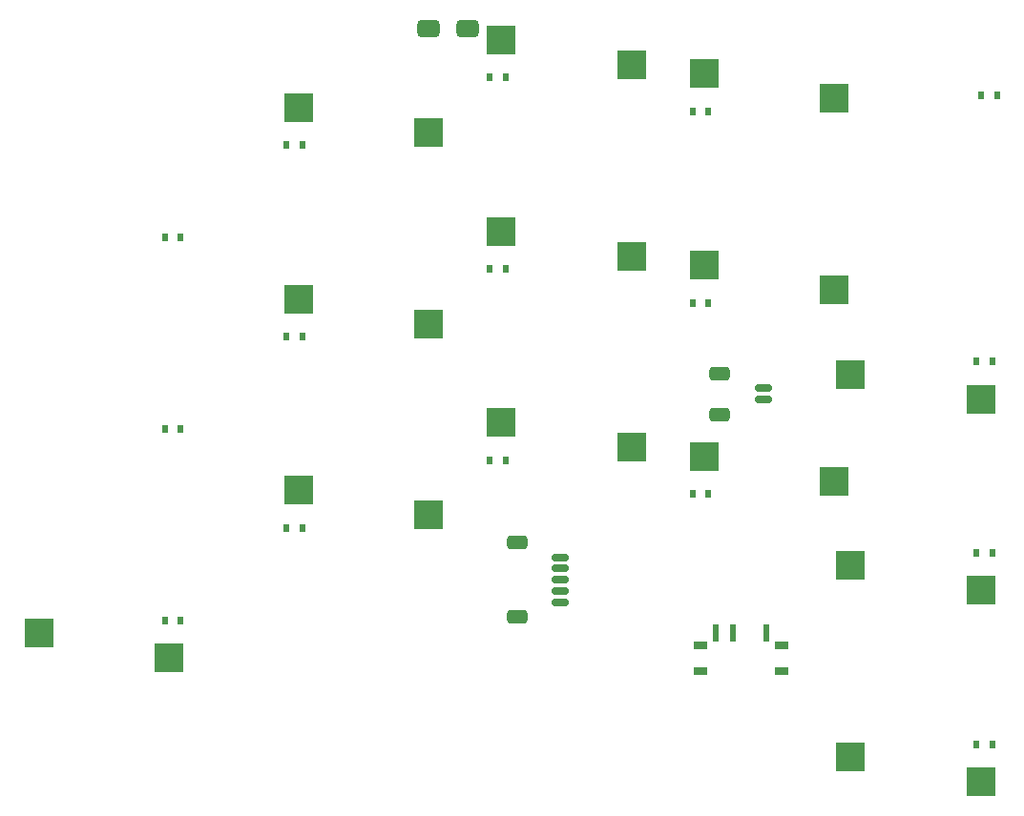
<source format=gbr>
%TF.GenerationSoftware,KiCad,Pcbnew,(7.0.0-0)*%
%TF.CreationDate,2023-02-22T17:52:08+08:00*%
%TF.ProjectId,right,72696768-742e-46b6-9963-61645f706362,v1.0.0*%
%TF.SameCoordinates,Original*%
%TF.FileFunction,Paste,Bot*%
%TF.FilePolarity,Positive*%
%FSLAX46Y46*%
G04 Gerber Fmt 4.6, Leading zero omitted, Abs format (unit mm)*
G04 Created by KiCad (PCBNEW (7.0.0-0)) date 2023-02-22 17:52:08*
%MOMM*%
%LPD*%
G01*
G04 APERTURE LIST*
G04 Aperture macros list*
%AMRoundRect*
0 Rectangle with rounded corners*
0 $1 Rounding radius*
0 $2 $3 $4 $5 $6 $7 $8 $9 X,Y pos of 4 corners*
0 Add a 4 corners polygon primitive as box body*
4,1,4,$2,$3,$4,$5,$6,$7,$8,$9,$2,$3,0*
0 Add four circle primitives for the rounded corners*
1,1,$1+$1,$2,$3*
1,1,$1+$1,$4,$5*
1,1,$1+$1,$6,$7*
1,1,$1+$1,$8,$9*
0 Add four rect primitives between the rounded corners*
20,1,$1+$1,$2,$3,$4,$5,0*
20,1,$1+$1,$4,$5,$6,$7,0*
20,1,$1+$1,$6,$7,$8,$9,0*
20,1,$1+$1,$8,$9,$2,$3,0*%
G04 Aperture macros list end*
%ADD10R,2.600000X2.600000*%
%ADD11R,0.600000X0.700000*%
%ADD12R,0.600000X1.524000*%
%ADD13R,1.200000X0.700000*%
%ADD14RoundRect,0.381000X0.619000X0.381000X-0.619000X0.381000X-0.619000X-0.381000X0.619000X-0.381000X0*%
%ADD15RoundRect,0.378000X0.622000X0.378000X-0.622000X0.378000X-0.622000X-0.378000X0.622000X-0.378000X0*%
%ADD16RoundRect,0.150000X0.625000X-0.150000X0.625000X0.150000X-0.625000X0.150000X-0.625000X-0.150000X0*%
%ADD17RoundRect,0.250000X0.650000X-0.350000X0.650000X0.350000X-0.650000X0.350000X-0.650000X-0.350000X0*%
G04 APERTURE END LIST*
D10*
%TO.C,S1*%
X75274999Y17049999D03*
X63724999Y19249999D03*
%TD*%
D11*
%TO.C,D1*%
X74899999Y20399999D03*
X76299999Y20399999D03*
%TD*%
D10*
%TO.C,S2*%
X75274999Y49999D03*
X63724999Y2249999D03*
%TD*%
D11*
%TO.C,D2*%
X74899999Y3399999D03*
X76299999Y3399999D03*
%TD*%
D10*
%TO.C,S3*%
X75274999Y-16949999D03*
X63724999Y-14749999D03*
%TD*%
D11*
%TO.C,D3*%
X74899999Y-13599999D03*
X76299999Y-13599999D03*
%TD*%
D10*
%TO.C,S4*%
X50724999Y45949999D03*
X62274999Y43749999D03*
%TD*%
D11*
%TO.C,D4*%
X51099999Y42599999D03*
X49699999Y42599999D03*
%TD*%
D10*
%TO.C,S5*%
X50724999Y28949999D03*
X62274999Y26749999D03*
%TD*%
D11*
%TO.C,D5*%
X51099999Y25599999D03*
X49699999Y25599999D03*
%TD*%
D10*
%TO.C,S6*%
X50724999Y11949999D03*
X62274999Y9749999D03*
%TD*%
D11*
%TO.C,D6*%
X51099999Y8599999D03*
X49699999Y8599999D03*
%TD*%
D10*
%TO.C,S7*%
X32724999Y48949999D03*
X44274999Y46749999D03*
%TD*%
D11*
%TO.C,D7*%
X33099999Y45599999D03*
X31699999Y45599999D03*
%TD*%
D10*
%TO.C,S8*%
X32724999Y31949999D03*
X44274999Y29749999D03*
%TD*%
D11*
%TO.C,D8*%
X33099999Y28599999D03*
X31699999Y28599999D03*
%TD*%
D10*
%TO.C,S9*%
X32724999Y14949999D03*
X44274999Y12749999D03*
%TD*%
D11*
%TO.C,D9*%
X33099999Y11599999D03*
X31699999Y11599999D03*
%TD*%
D10*
%TO.C,S10*%
X14724999Y42949999D03*
X26274999Y40749999D03*
%TD*%
D11*
%TO.C,D10*%
X15099999Y39599999D03*
X13699999Y39599999D03*
%TD*%
D10*
%TO.C,S11*%
X14724999Y25949999D03*
X26274999Y23749999D03*
%TD*%
D11*
%TO.C,D11*%
X15099999Y22599999D03*
X13699999Y22599999D03*
%TD*%
D10*
%TO.C,S12*%
X14724999Y8949999D03*
X26274999Y6749999D03*
%TD*%
D11*
%TO.C,D12*%
X15099999Y5599999D03*
X13699999Y5599999D03*
%TD*%
%TO.C,D13*%
X2899999Y31399999D03*
X4299999Y31399999D03*
%TD*%
%TO.C,D14*%
X2899999Y14399999D03*
X4299999Y14399999D03*
%TD*%
D10*
%TO.C,S15*%
X3274999Y-5949999D03*
X-8274999Y-3749999D03*
%TD*%
D11*
%TO.C,D15*%
X2899999Y-2599999D03*
X4299999Y-2599999D03*
%TD*%
%TO.C,D16*%
X76699999Y43999999D03*
X75299999Y43999999D03*
%TD*%
D12*
%TO.C,SS1*%
X56249999Y-3679999D03*
X53249999Y-3679999D03*
X51749999Y-3679999D03*
D13*
X57599999Y-7079999D03*
X57599999Y-4779999D03*
X50399999Y-7079999D03*
X50399999Y-4779999D03*
%TD*%
D14*
%TO.C,SB1*%
X29750000Y50000000D03*
D15*
X26250000Y50000000D03*
%TD*%
D16*
%TO.C,JB1*%
X56000000Y18000000D03*
X56000000Y17000000D03*
D17*
X52125000Y19300000D03*
X52125000Y15700000D03*
%TD*%
D16*
%TO.C,JC1*%
X38000000Y3000000D03*
X38000000Y2000000D03*
X38000000Y1000000D03*
X38000000Y0D03*
X38000000Y-1000000D03*
D17*
X34125000Y-2300000D03*
X34125000Y4300000D03*
%TD*%
M02*

</source>
